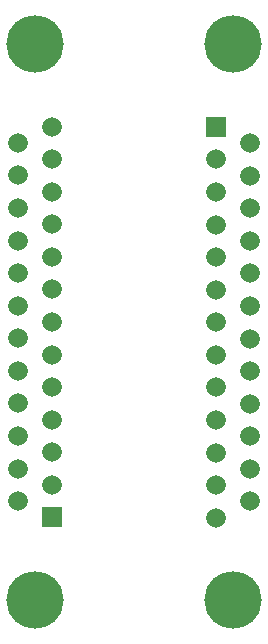
<source format=gbr>
%TF.GenerationSoftware,KiCad,Pcbnew,(5.1.6)-1*%
%TF.CreationDate,2022-02-09T07:41:59-05:00*%
%TF.ProjectId,A1000_Parallel,41313030-305f-4506-9172-616c6c656c2e,rev?*%
%TF.SameCoordinates,Original*%
%TF.FileFunction,Soldermask,Top*%
%TF.FilePolarity,Negative*%
%FSLAX46Y46*%
G04 Gerber Fmt 4.6, Leading zero omitted, Abs format (unit mm)*
G04 Created by KiCad (PCBNEW (5.1.6)-1) date 2022-02-09 07:41:59*
%MOMM*%
%LPD*%
G01*
G04 APERTURE LIST*
%ADD10R,1.661000X1.661000*%
%ADD11C,1.661000*%
%ADD12C,4.862000*%
G04 APERTURE END LIST*
D10*
%TO.C,J1*%
X117252080Y-112506760D03*
D11*
X117252080Y-109748760D03*
X117252080Y-106990760D03*
X117252080Y-104232760D03*
X117252080Y-101474760D03*
X117252080Y-98716760D03*
X117252080Y-95958760D03*
X117252080Y-93200760D03*
X117252080Y-90442760D03*
X117252080Y-87684760D03*
X117252080Y-84926760D03*
X117252080Y-82168760D03*
X117252080Y-79410760D03*
X114407080Y-111127760D03*
X114407080Y-108369760D03*
X114407080Y-105611760D03*
X114407080Y-102853760D03*
X114407080Y-100095760D03*
X114407080Y-97337760D03*
X114407080Y-94579760D03*
X114407080Y-91821760D03*
X114407080Y-89063760D03*
X114407080Y-86305760D03*
X114407080Y-83547760D03*
X114407080Y-80789760D03*
D12*
X115829080Y-119491760D03*
X115829080Y-72450760D03*
%TD*%
%TO.C,J2*%
X132575300Y-119486680D03*
X132575300Y-72445680D03*
D11*
X133997300Y-111147680D03*
X133997300Y-108389680D03*
X133997300Y-105631680D03*
X133997300Y-102873680D03*
X133997300Y-100115680D03*
X133997300Y-97357680D03*
X133997300Y-94599680D03*
X133997300Y-91841680D03*
X133997300Y-89083680D03*
X133997300Y-86325680D03*
X133997300Y-83567680D03*
X133997300Y-80809680D03*
X131152300Y-112526680D03*
X131152300Y-109768680D03*
X131152300Y-107010680D03*
X131152300Y-104252680D03*
X131152300Y-101494680D03*
X131152300Y-98736680D03*
X131152300Y-95978680D03*
X131152300Y-93220680D03*
X131152300Y-90462680D03*
X131152300Y-87704680D03*
X131152300Y-84946680D03*
X131152300Y-82188680D03*
D10*
X131152300Y-79430680D03*
%TD*%
M02*

</source>
